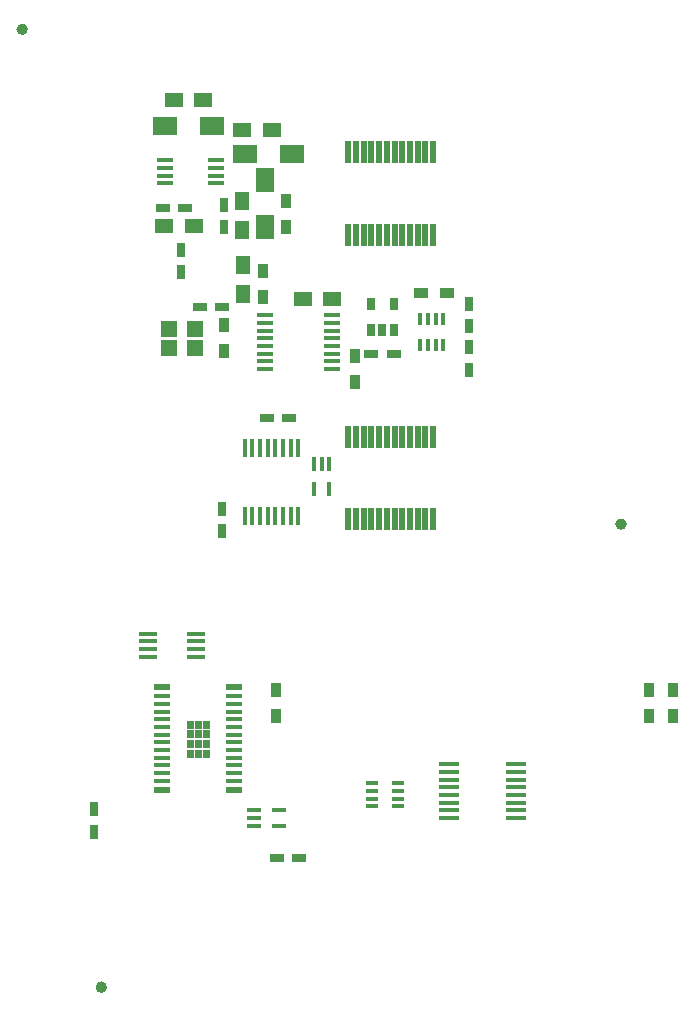
<source format=gtp>
G04 #@! TF.GenerationSoftware,KiCad,Pcbnew,(5.1.6-0-10_14)*
G04 #@! TF.CreationDate,2021-06-29T11:57:39+09:00*
G04 #@! TF.ProjectId,qPCR-photosensing,71504352-2d70-4686-9f74-6f73656e7369,rev?*
G04 #@! TF.SameCoordinates,Original*
G04 #@! TF.FileFunction,Paste,Top*
G04 #@! TF.FilePolarity,Positive*
%FSLAX46Y46*%
G04 Gerber Fmt 4.6, Leading zero omitted, Abs format (unit mm)*
G04 Created by KiCad (PCBNEW (5.1.6-0-10_14)) date 2021-06-29 11:57:39*
%MOMM*%
%LPD*%
G01*
G04 APERTURE LIST*
%ADD10C,0.475000*%
%ADD11C,0.100000*%
%ADD12R,1.676400X0.355600*%
%ADD13R,0.410000X1.570000*%
%ADD14R,0.750000X1.200000*%
%ADD15R,1.350000X0.600000*%
%ADD16R,1.350000X0.400000*%
%ADD17R,0.900000X1.200000*%
%ADD18R,1.400000X1.400000*%
%ADD19R,1.200000X0.750000*%
%ADD20R,1.250000X1.500000*%
%ADD21R,1.500000X1.250000*%
%ADD22R,2.000000X1.600000*%
%ADD23R,1.600000X2.000000*%
%ADD24R,1.200000X0.900000*%
%ADD25R,1.473200X0.355600*%
%ADD26R,0.480000X1.900000*%
%ADD27R,1.470000X0.400000*%
%ADD28R,1.524000X0.457200*%
%ADD29R,0.650000X1.060000*%
%ADD30R,0.355600X1.168400*%
%ADD31R,1.168400X0.355600*%
%ADD32R,0.400000X1.060000*%
%ADD33R,1.060000X0.400000*%
G04 APERTURE END LIST*
D10*
X76837500Y-133100000D02*
G75*
G03*
X76837500Y-133100000I-237500J0D01*
G01*
X120837500Y-93900000D02*
G75*
G03*
X120837500Y-93900000I-237500J0D01*
G01*
X70137500Y-52000000D02*
G75*
G03*
X70137500Y-52000000I-237500J0D01*
G01*
D11*
G36*
X85250000Y-111130000D02*
G01*
X85250000Y-110530000D01*
X85750000Y-110530000D01*
X85750000Y-111130000D01*
X85250000Y-111130000D01*
G37*
X85250000Y-111130000D02*
X85250000Y-110530000D01*
X85750000Y-110530000D01*
X85750000Y-111130000D01*
X85250000Y-111130000D01*
G36*
X83850000Y-111130000D02*
G01*
X83850000Y-110530000D01*
X84350000Y-110530000D01*
X84350000Y-111130000D01*
X83850000Y-111130000D01*
G37*
X83850000Y-111130000D02*
X83850000Y-110530000D01*
X84350000Y-110530000D01*
X84350000Y-111130000D01*
X83850000Y-111130000D01*
G36*
X83850000Y-111950000D02*
G01*
X83850000Y-111350000D01*
X84350000Y-111350000D01*
X84350000Y-111950000D01*
X83850000Y-111950000D01*
G37*
X83850000Y-111950000D02*
X83850000Y-111350000D01*
X84350000Y-111350000D01*
X84350000Y-111950000D01*
X83850000Y-111950000D01*
G36*
X85250000Y-111950000D02*
G01*
X85250000Y-111350000D01*
X85750000Y-111350000D01*
X85750000Y-111950000D01*
X85250000Y-111950000D01*
G37*
X85250000Y-111950000D02*
X85250000Y-111350000D01*
X85750000Y-111350000D01*
X85750000Y-111950000D01*
X85250000Y-111950000D01*
G36*
X84550000Y-111950000D02*
G01*
X84550000Y-111350000D01*
X85050000Y-111350000D01*
X85050000Y-111950000D01*
X84550000Y-111950000D01*
G37*
X84550000Y-111950000D02*
X84550000Y-111350000D01*
X85050000Y-111350000D01*
X85050000Y-111950000D01*
X84550000Y-111950000D01*
G36*
X84550000Y-111130000D02*
G01*
X84550000Y-110530000D01*
X85050000Y-110530000D01*
X85050000Y-111130000D01*
X84550000Y-111130000D01*
G37*
X84550000Y-111130000D02*
X84550000Y-110530000D01*
X85050000Y-110530000D01*
X85050000Y-111130000D01*
X84550000Y-111130000D01*
G36*
X85250000Y-113590000D02*
G01*
X85250000Y-112990000D01*
X85750000Y-112990000D01*
X85750000Y-113590000D01*
X85250000Y-113590000D01*
G37*
X85250000Y-113590000D02*
X85250000Y-112990000D01*
X85750000Y-112990000D01*
X85750000Y-113590000D01*
X85250000Y-113590000D01*
G36*
X83850000Y-113590000D02*
G01*
X83850000Y-112990000D01*
X84350000Y-112990000D01*
X84350000Y-113590000D01*
X83850000Y-113590000D01*
G37*
X83850000Y-113590000D02*
X83850000Y-112990000D01*
X84350000Y-112990000D01*
X84350000Y-113590000D01*
X83850000Y-113590000D01*
G36*
X84550000Y-113590000D02*
G01*
X84550000Y-112990000D01*
X85050000Y-112990000D01*
X85050000Y-113590000D01*
X84550000Y-113590000D01*
G37*
X84550000Y-113590000D02*
X84550000Y-112990000D01*
X85050000Y-112990000D01*
X85050000Y-113590000D01*
X84550000Y-113590000D01*
G36*
X83850000Y-112770000D02*
G01*
X83850000Y-112170000D01*
X84350000Y-112170000D01*
X84350000Y-112770000D01*
X83850000Y-112770000D01*
G37*
X83850000Y-112770000D02*
X83850000Y-112170000D01*
X84350000Y-112170000D01*
X84350000Y-112770000D01*
X83850000Y-112770000D01*
G36*
X85250000Y-112770000D02*
G01*
X85250000Y-112170000D01*
X85750000Y-112170000D01*
X85750000Y-112770000D01*
X85250000Y-112770000D01*
G37*
X85250000Y-112770000D02*
X85250000Y-112170000D01*
X85750000Y-112170000D01*
X85750000Y-112770000D01*
X85250000Y-112770000D01*
G36*
X84550000Y-112770000D02*
G01*
X84550000Y-112170000D01*
X85050000Y-112170000D01*
X85050000Y-112770000D01*
X84550000Y-112770000D01*
G37*
X84550000Y-112770000D02*
X84550000Y-112170000D01*
X85050000Y-112170000D01*
X85050000Y-112770000D01*
X84550000Y-112770000D01*
D12*
X111719400Y-114225001D03*
X111719400Y-114875002D03*
X111719400Y-115525001D03*
X111719400Y-116175002D03*
X111719400Y-116825001D03*
X111719400Y-117474999D03*
X111719400Y-118125001D03*
X111719400Y-118774999D03*
X106080600Y-118774999D03*
X106080600Y-118124998D03*
X106080600Y-117474999D03*
X106080600Y-116824998D03*
X106080600Y-116174999D03*
X106080600Y-115525001D03*
X106080600Y-114874999D03*
X106080600Y-114225001D03*
D13*
X93275000Y-87450000D03*
X92625000Y-87450000D03*
X91975000Y-87450000D03*
X91325000Y-87450000D03*
X90675000Y-87450000D03*
X90025000Y-87450000D03*
X89375000Y-87450000D03*
X88725000Y-87450000D03*
X88725000Y-93190000D03*
X89375000Y-93190000D03*
X90025000Y-93190000D03*
X90675000Y-93190000D03*
X91325000Y-93190000D03*
X91975000Y-93190000D03*
X92625000Y-93190000D03*
X93275000Y-93190000D03*
D14*
X86800000Y-92620000D03*
X86800000Y-94520000D03*
D15*
X87850000Y-107725000D03*
X81750000Y-107725000D03*
D16*
X87850000Y-108475000D03*
X81750000Y-108475000D03*
X87850000Y-109125000D03*
X81750000Y-109125000D03*
X87850000Y-109775000D03*
X81750000Y-109775000D03*
X87850000Y-110425000D03*
X81750000Y-110425000D03*
X87850000Y-111075000D03*
X81750000Y-111075000D03*
X87850000Y-111725000D03*
X81750000Y-111725000D03*
X87850000Y-112375000D03*
X81750000Y-112375000D03*
X87850000Y-113025000D03*
X81750000Y-113025000D03*
X87850000Y-113675000D03*
X81750000Y-113675000D03*
X87850000Y-114325000D03*
X81750000Y-114325000D03*
X87850000Y-114975000D03*
X81750000Y-114975000D03*
X87850000Y-115625000D03*
X81750000Y-115625000D03*
D15*
X87850000Y-116375000D03*
X81750000Y-116375000D03*
D17*
X87000000Y-79250000D03*
X87000000Y-77050000D03*
D18*
X84570000Y-77360000D03*
X82370000Y-77360000D03*
X82370000Y-78960000D03*
X84570000Y-78960000D03*
D19*
X84950000Y-75500000D03*
X86850000Y-75500000D03*
D20*
X88600000Y-74450000D03*
X88600000Y-71950000D03*
D21*
X93650000Y-74850000D03*
X96150000Y-74850000D03*
D14*
X107696000Y-78930000D03*
X107696000Y-80830000D03*
X107696000Y-77150000D03*
X107696000Y-75250000D03*
D19*
X99450000Y-79500000D03*
X101350000Y-79500000D03*
D14*
X83320000Y-70660000D03*
X83320000Y-72560000D03*
D21*
X84450000Y-68650000D03*
X81950000Y-68650000D03*
D22*
X82000000Y-60200000D03*
X86000000Y-60200000D03*
X92750000Y-62550000D03*
X88750000Y-62550000D03*
D20*
X88500000Y-66500000D03*
X88500000Y-69000000D03*
D23*
X90450000Y-64750000D03*
X90450000Y-68750000D03*
D17*
X92200000Y-68750000D03*
X92200000Y-66550000D03*
X90300000Y-74700000D03*
X90300000Y-72500000D03*
X98100000Y-81900000D03*
X98100000Y-79700000D03*
D24*
X105830000Y-74340000D03*
X103630000Y-74340000D03*
D17*
X91400000Y-107900000D03*
X91400000Y-110100000D03*
D25*
X90480600Y-80774999D03*
X90480600Y-80124998D03*
X90480600Y-79474999D03*
X90480600Y-78824998D03*
X90480600Y-78174999D03*
X90480600Y-77525001D03*
X90480600Y-76874999D03*
X90480600Y-76225001D03*
X96119400Y-76225001D03*
X96119400Y-76875002D03*
X96119400Y-77525001D03*
X96119400Y-78175002D03*
X96119400Y-78825001D03*
X96119400Y-79474999D03*
X96119400Y-80125001D03*
X96119400Y-80774999D03*
D26*
X104675000Y-86495000D03*
X104025000Y-86495000D03*
X103375000Y-86495000D03*
X102725000Y-86495000D03*
X102075000Y-86495000D03*
X101425000Y-86495000D03*
X100775000Y-86495000D03*
X100125000Y-86495000D03*
X99475000Y-86495000D03*
X98825000Y-86495000D03*
X98175000Y-86495000D03*
X97525000Y-86495000D03*
X97525000Y-93505000D03*
X98175000Y-93505000D03*
X98825000Y-93505000D03*
X99475000Y-93505000D03*
X100125000Y-93505000D03*
X100775000Y-93505000D03*
X101425000Y-93505000D03*
X102075000Y-93505000D03*
X102725000Y-93505000D03*
X103375000Y-93505000D03*
X104025000Y-93505000D03*
X104675000Y-93505000D03*
D27*
X86270001Y-63100001D03*
X86270001Y-63750001D03*
X86270001Y-64400001D03*
X86270001Y-65050001D03*
X81970001Y-65050001D03*
X81970001Y-64400001D03*
X81970001Y-63750001D03*
X81970001Y-63100001D03*
D28*
X80536400Y-105114999D03*
X80536400Y-104465001D03*
X80536400Y-103814999D03*
X80536400Y-103165001D03*
X84623600Y-103165001D03*
X84623600Y-103814999D03*
X84623600Y-104465001D03*
X84623600Y-105114999D03*
D26*
X97525000Y-62395000D03*
X98175000Y-62395000D03*
X98825000Y-62395000D03*
X99475000Y-62395000D03*
X100125000Y-62395000D03*
X100775000Y-62395000D03*
X101425000Y-62395000D03*
X102075000Y-62395000D03*
X102725000Y-62395000D03*
X103375000Y-62395000D03*
X104025000Y-62395000D03*
X104675000Y-62395000D03*
X104675000Y-69405000D03*
X104025000Y-69405000D03*
X103375000Y-69405000D03*
X102725000Y-69405000D03*
X102075000Y-69405000D03*
X101425000Y-69405000D03*
X100775000Y-69405000D03*
X100125000Y-69405000D03*
X99475000Y-69405000D03*
X98825000Y-69405000D03*
X98175000Y-69405000D03*
X97525000Y-69405000D03*
D19*
X81800000Y-67100000D03*
X83700000Y-67100000D03*
D21*
X82750000Y-58000000D03*
X85250000Y-58000000D03*
D14*
X86950000Y-66850000D03*
X86950000Y-68750000D03*
D21*
X91024999Y-60554999D03*
X88524999Y-60554999D03*
D19*
X91450000Y-122200000D03*
X93350000Y-122200000D03*
D14*
X76000000Y-118050000D03*
X76000000Y-119950000D03*
D19*
X90600000Y-84870000D03*
X92500000Y-84870000D03*
D29*
X99450000Y-75300000D03*
X101350000Y-75300000D03*
X101350000Y-77500000D03*
X100400000Y-77500000D03*
X99450000Y-77500000D03*
D30*
X95899999Y-90891400D03*
X94600001Y-90891400D03*
X94600001Y-88808600D03*
X95250000Y-88808600D03*
X95899999Y-88808600D03*
D31*
X89538600Y-118130001D03*
X89538600Y-118780000D03*
X89538600Y-119429999D03*
X91621400Y-119429999D03*
X91621400Y-118130001D03*
D32*
X103610000Y-78760000D03*
X104260000Y-78760000D03*
X104920000Y-78760000D03*
X105570000Y-78760000D03*
X105570000Y-76560000D03*
X104920000Y-76560000D03*
X104260000Y-76560000D03*
X103610000Y-76560000D03*
D33*
X101700000Y-115820000D03*
X101700000Y-116470000D03*
X101700000Y-117130000D03*
X101700000Y-117780000D03*
X99500000Y-117780000D03*
X99500000Y-117130000D03*
X99500000Y-116470000D03*
X99500000Y-115820000D03*
D17*
X123000000Y-107900000D03*
X123000000Y-110100000D03*
X125000000Y-107900000D03*
X125000000Y-110100000D03*
M02*

</source>
